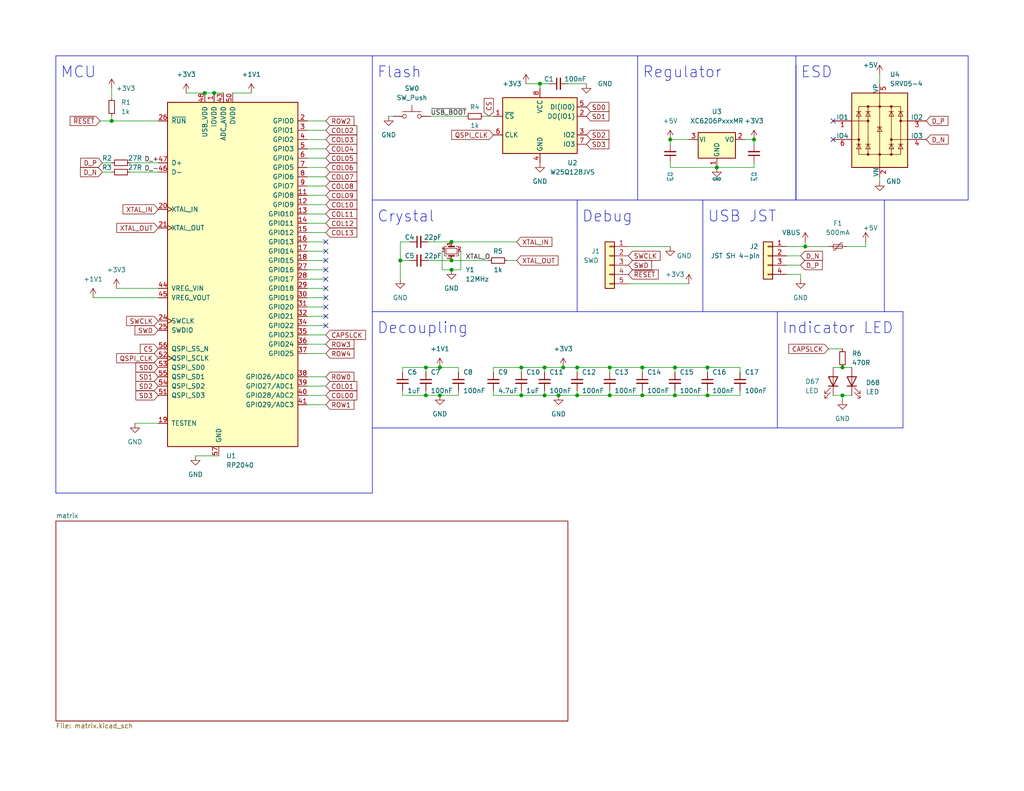
<source format=kicad_sch>
(kicad_sch (version 20230121) (generator eeschema)
  (paper "USLetter")
  (title_block (title "ice60") (date "2023-01-04") (company "chill") (comment 1 "© 2022 chillKB") (comment 2 "CERN Open Hardware License version 2 -- Permissive") (comment 4 "60% Soldered PCB with JST Powered by RP2040"))
  (lib_symbols
    (symbol "Connector_Generic:Conn_01x04" (pin_names (offset 1.016) hide)
      (property "Reference" "J" (at 0 5.08 0))
      (property "Value" "Conn_01x04" (at 0 -7.62 0))
      (symbol "Conn_01x04_1_1"
        (rectangle (start -1.27 -4.953) (end 0 -5.207) (stroke (width 0.1524)))
        (rectangle (start -1.27 -2.413) (end 0 -2.667) (stroke (width 0.1524)))
        (rectangle (start -1.27 0.127) (end 0 -0.127) (stroke (width 0.1524)))
        (rectangle (start -1.27 2.667) (end 0 2.413) (stroke (width 0.1524)))
        (rectangle (start -1.27 3.81) (end 1.27 -6.35) (stroke (width 0.254)) (fill (type background)))
        (pin passive line (at -5.08 2.54 0) (length 3.81) (name "Pin_1") (number "1"))
        (pin passive line (at -5.08 0 0) (length 3.81) (name "Pin_2") (number "2"))
        (pin passive line (at -5.08 -2.54 0) (length 3.81) (name "Pin_3") (number "3"))
        (pin passive line (at -5.08 -5.08 0) (length 3.81) (name "Pin_4") (number "4"))
      )
    )
    (symbol "Connector_Generic:Conn_01x05" (pin_names (offset 1.016) hide)
      (property "Reference" "J" (at 0 7.62 0))
      (property "Value" "Conn_01x05" (at 0 -7.62 0))
      (symbol "Conn_01x05_1_1"
        (rectangle (start -1.27 -4.953) (end 0 -5.207) (stroke (width 0.1524)))
        (rectangle (start -1.27 -2.413) (end 0 -2.667) (stroke (width 0.1524)))
        (rectangle (start -1.27 0.127) (end 0 -0.127) (stroke (width 0.1524)))
        (rectangle (start -1.27 2.667) (end 0 2.413) (stroke (width 0.1524)))
        (rectangle (start -1.27 5.207) (end 0 4.953) (stroke (width 0.1524)))
        (rectangle (start -1.27 6.35) (end 1.27 -6.35) (stroke (width 0.254)) (fill (type background)))
        (pin passive line (at -5.08 5.08 0) (length 3.81) (name "Pin_1") (number "1"))
        (pin passive line (at -5.08 2.54 0) (length 3.81) (name "Pin_2") (number "2"))
        (pin passive line (at -5.08 0 0) (length 3.81) (name "Pin_3") (number "3"))
        (pin passive line (at -5.08 -2.54 0) (length 3.81) (name "Pin_4") (number "4"))
        (pin passive line (at -5.08 -5.08 0) (length 3.81) (name "Pin_5") (number "5"))
      )
    )
    (symbol "Device:C_Small" (pin_numbers hide) (pin_names (offset 0.254) hide)
      (property "Reference" "C" (at 0.254 1.778 0))
      (property "Value" "C_Small" (at 0.254 -2.032 0))
      (symbol "C_Small_0_1"
        (polyline (pts (xy -1.524 -0.508) (xy 1.524 -0.508)) (stroke (width 0.3302)))
        (polyline (pts (xy -1.524 0.508) (xy 1.524 0.508)) (stroke (width 0.3048)))
      )
      (symbol "C_Small_1_1"
        (pin passive line (at 0 2.54 270) (length 2.032) (name "~") (number "1"))
        (pin passive line (at 0 -2.54 90) (length 2.032) (name "~") (number "2"))
      )
    )
    (symbol "Device:Crystal_GND24_Small" (pin_names (offset 1.016) hide)
      (property "Reference" "Y" (at 1.27 4.445 0))
      (property "Value" "Crystal_GND24_Small" (at 1.27 2.54 0))
      (symbol "Crystal_GND24_Small_0_1"
        (rectangle (start -0.762 -1.524) (end 0.762 1.524))
        (polyline (pts (xy -1.27 -0.762) (xy -1.27 0.762)) (stroke (width 0.381)))
        (polyline (pts (xy 1.27 -0.762) (xy 1.27 0.762)) (stroke (width 0.381)))
        (polyline (pts (xy -1.27 -1.27) (xy -1.27 -1.905) (xy 1.27 -1.905) (xy 1.27 -1.27)))
        (polyline (pts (xy -1.27 1.27) (xy -1.27 1.905) (xy 1.27 1.905) (xy 1.27 1.27)))
      )
      (symbol "Crystal_GND24_Small_1_1"
        (pin passive line (at -2.54 0 0) (length 1.27) (name "1") (number "1"))
        (pin passive line (at 0 -2.54 90) (length 0.635) (name "2") (number "2"))
        (pin passive line (at 2.54 0 180) (length 1.27) (name "3") (number "3"))
        (pin passive line (at 0 2.54 270) (length 0.635) (name "4") (number "4"))
      )
    )
    (symbol "Device:LED" (pin_numbers hide) (pin_names (offset 1.016) hide)
      (property "Reference" "D" (at 0 2.54 0))
      (property "Value" "LED" (at 0 -2.54 0))
      (symbol "LED_0_1"
        (polyline (pts (xy -1.27 -1.27) (xy -1.27 1.27)) (stroke (width 0.254)))
        (polyline (pts (xy -1.27 0) (xy 1.27 0)))
        (polyline (pts (xy 1.27 -1.27) (xy 1.27 1.27) (xy -1.27 0) (xy 1.27 -1.27)) (stroke (width 0.254)))
        (polyline (pts (xy -3.048 -0.762) (xy -4.572 -2.286) (xy -3.81 -2.286) (xy -4.572 -2.286) (xy -4.572 -1.524)))
        (polyline (pts (xy -1.778 -0.762) (xy -3.302 -2.286) (xy -2.54 -2.286) (xy -3.302 -2.286) (xy -3.302 -1.524)))
      )
      (symbol "LED_1_1"
        (pin passive line (at -3.81 0 0) (length 2.54) (name "K") (number "1"))
        (pin passive line (at 3.81 0 180) (length 2.54) (name "A") (number "2"))
      )
    )
    (symbol "Device:Polyfuse_Small" (pin_numbers hide) (pin_names (offset 0))
      (property "Reference" "F" (at -1.905 0 90))
      (property "Value" "Polyfuse_Small" (at 1.905 0 90))
      (symbol "Polyfuse_Small_0_1"
        (rectangle (start -0.508 1.27) (end 0.508 -1.27))
        (polyline (pts (xy 0 2.54) (xy 0 -2.54)))
        (polyline (pts (xy -1.016 1.27) (xy -1.016 0.762) (xy 1.016 -0.762) (xy 1.016 -1.27)))
      )
      (symbol "Polyfuse_Small_1_1"
        (pin passive line (at 0 2.54 270) (length 0.635) (name "~") (number "1"))
        (pin passive line (at 0 -2.54 90) (length 0.635) (name "~") (number "2"))
      )
    )
    (symbol "Device:R_Small" (pin_numbers hide) (pin_names (offset 0.254) hide)
      (property "Reference" "R" (at 0.762 0.508 0))
      (property "Value" "R_Small" (at 0.762 -1.016 0))
      (symbol "R_Small_0_1"
        (rectangle (start -0.762 1.778) (end 0.762 -1.778) (stroke (width 0.2032)))
      )
      (symbol "R_Small_1_1"
        (pin passive line (at 0 2.54 270) (length 0.762) (name "~") (number "1"))
        (pin passive line (at 0 -2.54 90) (length 0.762) (name "~") (number "2"))
      )
    )
    (symbol "Memory_Flash:W25Q128JVS"
      (property "Reference" "U" (at -8.89 8.89 0))
      (property "Value" "W25Q128JVS" (at 7.62 8.89 0))
      (symbol "W25Q128JVS_0_1"
        (rectangle (start -10.16 7.62) (end 10.16 -7.62) (stroke (width 0.254)) (fill (type background)))
      )
      (symbol "W25Q128JVS_1_1"
        (pin input line (at -12.7 2.54 0) (length 2.54) (name "~{CS}") (number "1"))
        (pin bidirectional line (at 12.7 2.54 180) (length 2.54) (name "DO(IO1)") (number "2"))
        (pin bidirectional line (at 12.7 -2.54 180) (length 2.54) (name "IO2") (number "3"))
        (pin power_in line (at 0 -10.16 90) (length 2.54) (name "GND") (number "4"))
        (pin bidirectional line (at 12.7 5.08 180) (length 2.54) (name "DI(IO0)") (number "5"))
        (pin input line (at -12.7 -2.54 0) (length 2.54) (name "CLK") (number "6"))
        (pin bidirectional line (at 12.7 -5.08 180) (length 2.54) (name "IO3") (number "7"))
        (pin power_in line (at 0 10.16 270) (length 2.54) (name "VCC") (number "8"))
      )
    )
    (symbol "Regulator_Linear:XC6206PxxxMR" (pin_names (offset 0.254))
      (property "Reference" "U" (at -3.81 3.175 0))
      (property "Value" "XC6206PxxxMR" (at 0 3.175 0))
      (symbol "XC6206PxxxMR_0_1"
        (rectangle (start -5.08 1.905) (end 5.08 -5.08) (stroke (width 0.254)) (fill (type background)))
      )
      (symbol "XC6206PxxxMR_1_1"
        (pin power_in line (at 0 -7.62 90) (length 2.54) (name "GND") (number "1"))
        (pin power_out line (at 7.62 0 180) (length 2.54) (name "VO") (number "2"))
        (pin power_in line (at -7.62 0 0) (length 2.54) (name "VI") (number "3"))
      )
    )
    (symbol "Sleep-Lib:RP2040" (pin_names (offset 1.016))
      (property "Reference" "U" (at 8.89 51.435 0))
      (property "Value" "RP2040" (at 8.89 48.895 0))
      (symbol "RP2040_0_0"
        (rectangle (start -17.78 -45.72) (end 17.78 48.26) (stroke (width 0.254)) (fill (type background)))
      )
      (symbol "RP2040_1_1"
        (pin power_in line (at -5.08 50.8 270) (length 2.54) (name "IOVDD") (number "1"))
        (pin power_in line (at -5.08 50.8 270) (length 2.54) hide (name "IOVDD") (number "10"))
        (pin input line (at 20.32 22.86 180) (length 2.54) (name "GPIO8") (number "11"))
        (pin input line (at 20.32 20.32 180) (length 2.54) (name "GPIO9") (number "12"))
        (pin input line (at 20.32 17.78 180) (length 2.54) (name "GPIO10") (number "13"))
        (pin input line (at 20.32 15.24 180) (length 2.54) (name "GPIO11") (number "14"))
        (pin input line (at 20.32 12.7 180) (length 2.54) (name "GPIO12") (number "15"))
        (pin input line (at 20.32 10.16 180) (length 2.54) (name "GPIO13") (number "16"))
        (pin input line (at 20.32 7.62 180) (length 2.54) (name "GPIO14") (number "17"))
        (pin input line (at 20.32 5.08 180) (length 2.54) (name "GPIO15") (number "18"))
        (pin input line (at -20.32 -39.37 0) (length 2.54) (name "TESTEN") (number "19"))
        (pin input line (at 20.32 43.18 180) (length 2.54) (name "GPIO0") (number "2"))
        (pin input clock (at -20.32 19.05 0) (length 2.54) (name "XTAL_IN") (number "20"))
        (pin input clock (at -20.32 13.97 0) (length 2.54) (name "XTAL_OUT") (number "21"))
        (pin power_in line (at -5.08 50.8 270) (length 2.54) hide (name "IOVDD") (number "22"))
        (pin power_in line (at 0 50.8 270) (length 2.54) hide (name "DVDD") (number "23"))
        (pin input clock (at -20.32 -11.43 0) (length 2.54) (name "SWCLK") (number "24"))
        (pin bidirectional line (at -20.32 -13.97 0) (length 2.54) (name "SWDIO") (number "25"))
        (pin input line (at -20.32 43.18 0) (length 2.54) (name "~{RUN}") (number "26"))
        (pin input line (at 20.32 2.54 180) (length 2.54) (name "GPIO16") (number "27"))
        (pin input line (at 20.32 0 180) (length 2.54) (name "GPIO17") (number "28"))
        (pin input line (at 20.32 -2.54 180) (length 2.54) (name "GPIO18") (number "29"))
        (pin input line (at 20.32 40.64 180) (length 2.54) (name "GPIO1") (number "3"))
        (pin input line (at 20.32 -5.08 180) (length 2.54) (name "GPIO19") (number "30"))
        (pin input line (at 20.32 -7.62 180) (length 2.54) (name "GPIO20") (number "31"))
        (pin input line (at 20.32 -10.16 180) (length 2.54) (name "GPIO21") (number "32"))
        (pin power_in line (at -5.08 50.8 270) (length 2.54) hide (name "IOVDD") (number "33"))
        (pin input line (at 20.32 -12.7 180) (length 2.54) (name "GPIO22") (number "34"))
        (pin input line (at 20.32 -15.24 180) (length 2.54) (name "GPIO23") (number "35"))
        (pin input line (at 20.32 -17.78 180) (length 2.54) (name "GPIO24") (number "36"))
        (pin input line (at 20.32 -20.32 180) (length 2.54) (name "GPIO25") (number "37"))
        (pin input line (at 20.32 -26.67 180) (length 2.54) (name "GPIO26/ADC0") (number "38"))
        (pin input line (at 20.32 -29.21 180) (length 2.54) (name "GPIO27/ADC1") (number "39"))
        (pin input line (at 20.32 38.1 180) (length 2.54) (name "GPIO2") (number "4"))
        (pin input line (at 20.32 -31.75 180) (length 2.54) (name "GPIO28/ADC2") (number "40"))
        (pin input line (at 20.32 -34.29 180) (length 2.54) (name "GPIO29/ADC3") (number "41"))
        (pin power_in line (at -5.08 50.8 270) (length 2.54) hide (name "IOVDD") (number "42"))
        (pin power_in line (at -2.54 50.8 270) (length 2.54) (name "ADC_AVDD") (number "43"))
        (pin power_in line (at -20.32 -2.54 0) (length 2.54) (name "VREG_VIN") (number "44"))
        (pin power_out line (at -20.32 -5.08 0) (length 2.54) (name "VREG_VOUT") (number "45"))
        (pin bidirectional line (at -20.32 29.21 0) (length 2.54) (name "D-") (number "46"))
        (pin bidirectional line (at -20.32 31.75 0) (length 2.54) (name "D+") (number "47"))
        (pin power_in line (at -7.62 50.8 270) (length 2.54) (name "USB_VDD") (number "48"))
        (pin power_in line (at -5.08 50.8 270) (length 2.54) hide (name "IOVDD") (number "49"))
        (pin input line (at 20.32 35.56 180) (length 2.54) (name "GPIO3") (number "5"))
        (pin power_in line (at 0 50.8 270) (length 2.54) (name "DVDD") (number "50"))
        (pin bidirectional line (at -20.32 -31.75 0) (length 2.54) (name "QSPI_SD3") (number "51"))
        (pin input clock (at -20.32 -21.59 0) (length 2.54) (name "QSPI_SCLK") (number "52"))
        (pin bidirectional line (at -20.32 -24.13 0) (length 2.54) (name "QSPI_SD0") (number "53"))
        (pin bidirectional line (at -20.32 -29.21 0) (length 2.54) (name "QSPI_SD2") (number "54"))
        (pin bidirectional line (at -20.32 -26.67 0) (length 2.54) (name "QSPI_SD1") (number "55"))
        (pin bidirectional line (at -20.32 -19.05 0) (length 2.54) (name "QSPI_SS_N") (number "56"))
        (pin power_in line (at -3.81 -48.26 90) (length 2.54) (name "GND") (number "57"))
        (pin input line (at 20.32 33.02 180) (length 2.54) (name "GPIO4") (number "6"))
        (pin input line (at 20.32 30.48 180) (length 2.54) (name "GPIO5") (number "7"))
        (pin input line (at 20.32 27.94 180) (length 2.54) (name "GPIO6") (number "8"))
        (pin input line (at 20.32 25.4 180) (length 2.54) (name "GPIO7") (number "9"))
      )
    )
    (symbol "Switch:SW_Push" (pin_numbers hide) (pin_names (offset 1.016) hide)
      (property "Reference" "SW" (at 1.27 2.54 0))
      (property "Value" "SW_Push" (at 0 -1.524 0))
      (symbol "SW_Push_0_1"
        (circle (center -2.032 0) (radius 0.508))
        (polyline (pts (xy 0 1.27) (xy 0 3.048)))
        (polyline (pts (xy 2.54 1.27) (xy -2.54 1.27)))
        (circle (center 2.032 0) (radius 0.508))
        (pin passive line (at -5.08 0 0) (length 2.54) (name "1") (number "1"))
        (pin passive line (at 5.08 0 180) (length 2.54) (name "2") (number "2"))
      )
    )
    (symbol "marbastlib-various:SRV05-4" (pin_names (offset 0))
      (property "Reference" "U" (at -5.08 11.43 0))
      (property "Value" "SRV05-4" (at 2.54 11.43 0))
      (symbol "SRV05-4_0_0"
        (rectangle (start -5.715 6.477) (end 5.715 -6.604))
        (polyline (pts (xy -3.175 -6.604) (xy -3.175 6.477)))
        (polyline (pts (xy 3.175 6.477) (xy 3.175 -6.604)))
      )
      (symbol "SRV05-4_0_1"
        (rectangle (start -7.62 10.16) (end 7.62 -10.16) (stroke (width 0.254)) (fill (type background)))
        (circle (center -5.715 -2.54) (radius 0.2794) (fill (type outline)))
        (circle (center -3.175 -6.604) (radius 0.2794) (fill (type outline)))
        (circle (center -3.175 2.54) (radius 0.2794) (fill (type outline)))
        (circle (center -3.175 6.477) (radius 0.2794) (fill (type outline)))
        (circle (center 0 -6.604) (radius 0.2794) (fill (type outline)))
        (polyline (pts (xy -7.747 2.54) (xy -3.175 2.54)))
        (polyline (pts (xy -7.62 -2.54) (xy -5.715 -2.54)))
        (polyline (pts (xy -5.08 -3.81) (xy -6.35 -3.81)))
        (polyline (pts (xy -5.08 5.08) (xy -6.35 5.08)))
        (polyline (pts (xy -2.54 -3.81) (xy -3.81 -3.81)))
        (polyline (pts (xy -2.54 5.08) (xy -3.81 5.08)))
        (polyline (pts (xy 0 10.16) (xy 0 -10.16)))
        (polyline (pts (xy 3.81 -3.81) (xy 2.54 -3.81)))
        (polyline (pts (xy 3.81 5.08) (xy 2.54 5.08)))
        (polyline (pts (xy 6.35 -3.81) (xy 5.08 -3.81)))
        (polyline (pts (xy 6.35 5.08) (xy 5.08 5.08)))
        (polyline (pts (xy 7.62 -2.54) (xy 3.175 -2.54)))
        (polyline (pts (xy 7.62 2.54) (xy 5.715 2.54)))
        (polyline (pts (xy 0.635 0.889) (xy -0.635 0.889) (xy -0.635 0.635)))
        (polyline (pts (xy -5.08 -5.08) (xy -6.35 -5.08) (xy -5.715 -3.81) (xy -5.08 -5.08)))
        (polyline (pts (xy -5.08 3.81) (xy -6.35 3.81) (xy -5.715 5.08) (xy -5.08 3.81)))
        (polyline (pts (xy -2.54 -5.08) (xy -3.81 -5.08) (xy -3.175 -3.81) (xy -2.54 -5.08)))
        (polyline (pts (xy -2.54 3.81) (xy -3.81 3.81) (xy -3.175 5.08) (xy -2.54 3.81)))
        (polyline (pts (xy 0.635 -0.381) (xy -0.635 -0.381) (xy 0 0.889) (xy 0.635 -0.381)))
        (polyline (pts (xy 3.81 -5.08) (xy 2.54 -5.08) (xy 3.175 -3.81) (xy 3.81 -5.08)))
        (polyline (pts (xy 3.81 3.81) (xy 2.54 3.81) (xy 3.175 5.08) (xy 3.81 3.81)))
        (polyline (pts (xy 6.35 -5.08) (xy 5.08 -5.08) (xy 5.715 -3.81) (xy 6.35 -5.08)))
        (polyline (pts (xy 6.35 3.81) (xy 5.08 3.81) (xy 5.715 5.08) (xy 6.35 3.81)))
        (circle (center 0 6.477) (radius 0.2794) (fill (type outline)))
        (circle (center 3.175 -6.604) (radius 0.2794) (fill (type outline)))
        (circle (center 3.175 -2.54) (radius 0.2794) (fill (type outline)))
        (circle (center 3.175 6.477) (radius 0.2794) (fill (type outline)))
        (circle (center 5.715 2.54) (radius 0.2794) (fill (type outline)))
      )
      (symbol "SRV05-4_1_1"
        (pin passive line (at -12.7 2.54 0) (length 5.08) (name "IO1") (number "1"))
        (pin passive line (at 0 -12.7 90) (length 2.54) (name "VN") (number "2"))
        (pin passive line (at 12.7 2.54 180) (length 5.08) (name "IO2") (number "3"))
        (pin passive line (at 12.7 -2.54 180) (length 5.08) (name "IO3") (number "4"))
        (pin passive line (at 0 12.7 270) (length 2.54) (name "VP") (number "5"))
        (pin passive line (at -12.7 -2.54 0) (length 5.08) (name "IO4") (number "6"))
      )
    )
    (symbol "power:+1V1" (power) (pin_names (offset 0))
      (property "Value" "+1V1" (at 0 3.556 0))
      (symbol "+1V1_0_1"
        (polyline (pts (xy -0.762 1.27) (xy 0 2.54)))
        (polyline (pts (xy 0 0) (xy 0 2.54)))
        (polyline (pts (xy 0 2.54) (xy 0.762 1.27)))
      )
      (symbol "+1V1_1_1"
        (pin power_in line (at 0 0 90) (length 0) hide (name "+1V1") (number "1"))
      )
    )
    (symbol "power:+3V3" (power) (pin_names (offset 0))
      (property "Value" "+3V3" (at 0 3.556 0))
      (symbol "+3V3_0_1"
        (polyline (pts (xy -0.762 1.27) (xy 0 2.54)))
        (polyline (pts (xy 0 0) (xy 0 2.54)))
        (polyline (pts (xy 0 2.54) (xy 0.762 1.27)))
      )
      (symbol "+3V3_1_1"
        (pin power_in line (at 0 0 90) (length 0) hide (name "+3V3") (number "1"))
      )
    )
    (symbol "power:+5V" (power) (pin_names (offset 0))
      (property "Value" "+5V" (at 0 3.556 0))
      (symbol "+5V_0_1"
        (polyline (pts (xy -0.762 1.27) (xy 0 2.54)))
        (polyline (pts (xy 0 0) (xy 0 2.54)))
        (polyline (pts (xy 0 2.54) (xy 0.762 1.27)))
      )
      (symbol "+5V_1_1"
        (pin power_in line (at 0 0 90) (length 0) hide (name "+5V") (number "1"))
      )
    )
    (symbol "power:GND" (power) (pin_names (offset 0))
      (property "Value" "GND" (at 0 -3.81 0))
      (symbol "GND_0_1"
        (polyline (pts (xy 0 0) (xy 0 -1.27) (xy 1.27 -1.27) (xy 0 -2.54) (xy -1.27 -1.27) (xy 0 -1.27)))
      )
      (symbol "GND_1_1"
        (pin power_in line (at 0 0 270) (length 0) hide (name "GND") (number "1"))
      )
    )
    (symbol "power:VBUS" (power) (pin_names (offset 0))
      (property "Value" "VBUS" (at 0 3.81 0))
      (symbol "VBUS_0_1"
        (polyline (pts (xy -0.762 1.27) (xy 0 2.54)))
        (polyline (pts (xy 0 0) (xy 0 2.54)))
        (polyline (pts (xy 0 2.54) (xy 0.762 1.27)))
      )
      (symbol "VBUS_1_1"
        (pin power_in line (at 0 0 90) (length 0) hide (name "VBUS") (number "1"))
      )
    )
  )
  (junction (at 229.87 100.33))
  (junction (at 123.19 73.66))
  (junction (at 123.19 66.04))
  (junction (at 55.88 25.4))
  (junction (at 184.15 100.33))
  (junction (at 120.015 107.95))
  (junction (at 166.37 100.33))
  (junction (at 157.48 107.95))
  (junction (at 30.48 33.02))
  (junction (at 195.58 45.72) (diameter 0.9144))
  (junction (at 184.15 107.95))
  (junction (at 193.04 100.33))
  (junction (at 182.88 38.1) (diameter 0.9144))
  (junction (at 58.42 25.4))
  (junction (at 116.205 100.33))
  (junction (at 109.22 71.12))
  (junction (at 229.87 107.95))
  (junction (at 147.32 22.86))
  (junction (at 123.19 71.12))
  (junction (at 175.26 100.33))
  (junction (at 152.4 107.95))
  (junction (at 157.48 100.33))
  (junction (at 142.24 100.33))
  (junction (at 153.67 100.33))
  (junction (at 193.04 107.95))
  (junction (at 166.37 107.95))
  (junction (at 142.24 107.95))
  (junction (at 175.26 107.95))
  (junction (at 219.71 67.31))
  (junction (at 148.59 107.95))
  (junction (at 120.015 100.33))
  (junction (at 205.74 38.1))
  (junction (at 116.205 107.95))
  (junction (at 148.59 100.33))
  (no_connect (at 88.9 68.58))
  (no_connect (at 227.33 33.02))
  (no_connect (at 88.9 66.04))
  (no_connect (at 88.9 88.9))
  (no_connect (at 88.9 81.28))
  (no_connect (at 88.9 78.74))
  (no_connect (at 88.9 86.36))
  (no_connect (at 227.33 38.1))
  (no_connect (at 88.9 83.82))
  (no_connect (at 88.9 73.66))
  (no_connect (at 88.9 71.12))
  (no_connect (at 88.9 76.2))
  (wire (pts (xy 229.87 107.95) (xy 232.41 107.95)))
  (polyline (pts (xy 15.24 15.24) (xy 15.24 134.62)))
  (wire (pts (xy 184.15 107.95) (xy 193.04 107.95)))
  (wire (pts (xy 83.82 35.56) (xy 88.9 35.56)))
  (wire (pts (xy 116.84 66.04) (xy 123.19 66.04)))
  (wire (pts (xy 182.88 38.1) (xy 182.88 39.37)))
  (polyline (pts (xy 212.09 116.84) (xy 212.09 85.09)))
  (wire (pts (xy 88.9 91.44) (xy 83.82 91.44)))
  (wire (pts (xy 27.94 46.99) (xy 30.48 46.99)))
  (wire (pts (xy 109.855 106.68) (xy 109.855 107.95)))
  (wire (pts (xy 193.04 107.95) (xy 201.93 107.95)))
  (wire (pts (xy 229.87 100.33) (xy 227.33 100.33)))
  (wire (pts (xy 203.2 38.1) (xy 205.74 38.1)))
  (wire (pts (xy 125.095 107.95) (xy 125.095 106.68)))
  (wire (pts (xy 83.82 66.04) (xy 88.9 66.04)))
  (wire (pts (xy 138.43 71.12) (xy 140.97 71.12)))
  (wire (pts (xy 109.22 66.04) (xy 109.22 71.12)))
  (polyline (pts (xy 217.17 15.24) (xy 217.17 54.61)))
  (wire (pts (xy 142.24 106.68) (xy 142.24 107.95)))
  (wire (pts (xy 109.22 71.12) (xy 109.22 76.2)))
  (wire (pts (xy 125.095 100.33) (xy 125.095 101.6)))
  (polyline (pts (xy 15.24 15.24) (xy 101.6 15.24)))
  (wire (pts (xy 157.48 100.33) (xy 166.37 100.33)))
  (wire (pts (xy 123.19 66.04) (xy 140.97 66.04)))
  (wire (pts (xy 147.32 22.86) (xy 149.86 22.86)))
  (polyline (pts (xy 157.48 54.61) (xy 157.48 85.09)))
  (wire (pts (xy 214.63 67.31) (xy 219.71 67.31)))
  (wire (pts (xy 120.65 68.58) (xy 120.65 73.66)))
  (wire (pts (xy 147.32 22.86) (xy 147.32 24.13)))
  (wire (pts (xy 134.62 107.95) (xy 142.24 107.95)))
  (wire (pts (xy 58.42 25.4) (xy 60.96 25.4)))
  (polyline (pts (xy 15.24 134.62) (xy 101.6 134.62)))
  (wire (pts (xy 157.48 107.95) (xy 166.37 107.95)))
  (wire (pts (xy 83.82 33.02) (xy 88.9 33.02)))
  (wire (pts (xy 219.71 66.04) (xy 219.71 67.31)))
  (wire (pts (xy 226.06 95.25) (xy 229.87 95.25)))
  (wire (pts (xy 83.82 71.12) (xy 88.9 71.12)))
  (wire (pts (xy 120.015 107.95) (xy 125.095 107.95)))
  (wire (pts (xy 166.37 107.95) (xy 166.37 106.68)))
  (polyline (pts (xy 173.99 85.09) (xy 189.23 85.09)))
  (polyline (pts (xy 173.99 15.24) (xy 173.99 54.61)))
  (wire (pts (xy 120.015 100.33) (xy 116.205 100.33)))
  (wire (pts (xy 154.94 22.86) (xy 160.02 22.86)))
  (wire (pts (xy 134.62 106.68) (xy 134.62 107.95)))
  (polyline (pts (xy 101.6 116.84) (xy 212.09 116.84)))
  (wire (pts (xy 214.63 72.39) (xy 218.44 72.39)))
  (wire (pts (xy 31.75 78.74) (xy 43.18 78.74)))
  (wire (pts (xy 236.22 67.31) (xy 231.14 67.31)))
  (wire (pts (xy 125.73 68.58) (xy 125.73 73.66)))
  (wire (pts (xy 88.9 88.9) (xy 83.82 88.9)))
  (polyline (pts (xy 246.38 116.84) (xy 246.38 85.09)))
  (wire (pts (xy 117.475 31.75) (xy 127 31.75)))
  (wire (pts (xy 193.04 100.33) (xy 193.04 101.6)))
  (wire (pts (xy 83.82 40.64) (xy 88.9 40.64)))
  (wire (pts (xy 143.51 22.86) (xy 147.32 22.86)))
  (wire (pts (xy 205.74 38.1) (xy 205.74 39.37)))
  (wire (pts (xy 166.37 107.95) (xy 175.26 107.95)))
  (wire (pts (xy 83.82 53.34) (xy 88.9 53.34)))
  (wire (pts (xy 214.63 74.93) (xy 218.44 74.93)))
  (wire (pts (xy 116.205 100.33) (xy 109.855 100.33)))
  (wire (pts (xy 120.015 100.33) (xy 125.095 100.33)))
  (polyline (pts (xy 264.16 15.24) (xy 264.16 54.61)))
  (wire (pts (xy 83.82 55.88) (xy 88.9 55.88)))
  (wire (pts (xy 109.22 71.12) (xy 111.76 71.12)))
  (polyline (pts (xy 191.77 54.61) (xy 191.77 85.09)))
  (wire (pts (xy 30.48 24.13) (xy 30.48 26.67)))
  (wire (pts (xy 195.58 45.72) (xy 205.74 45.72)))
  (wire (pts (xy 182.88 44.45) (xy 182.88 45.72)))
  (wire (pts (xy 175.26 100.33) (xy 175.26 101.6)))
  (wire (pts (xy 109.855 100.33) (xy 109.855 101.6)))
  (wire (pts (xy 214.63 69.85) (xy 218.44 69.85)))
  (wire (pts (xy 182.88 38.1) (xy 187.96 38.1)))
  (wire (pts (xy 193.04 100.33) (xy 201.93 100.33)))
  (wire (pts (xy 184.15 100.33) (xy 184.15 101.6)))
  (wire (pts (xy 142.24 100.33) (xy 142.24 101.6)))
  (wire (pts (xy 175.26 107.95) (xy 184.15 107.95)))
  (wire (pts (xy 88.9 96.52) (xy 83.82 96.52)))
  (wire (pts (xy 83.82 58.42) (xy 88.9 58.42)))
  (wire (pts (xy 88.9 83.82) (xy 83.82 83.82)))
  (wire (pts (xy 201.93 107.95) (xy 201.93 106.68)))
  (wire (pts (xy 184.15 106.68) (xy 184.15 107.95)))
  (wire (pts (xy 148.59 100.33) (xy 142.24 100.33)))
  (wire (pts (xy 83.82 60.96) (xy 88.9 60.96)))
  (wire (pts (xy 175.26 106.68) (xy 175.26 107.95)))
  (wire (pts (xy 55.88 25.4) (xy 58.42 25.4)))
  (polyline (pts (xy 212.09 116.84) (xy 246.38 116.84)))
  (polyline (pts (xy 101.6 15.24) (xy 173.99 15.24)))
  (wire (pts (xy 166.37 100.33) (xy 166.37 101.6)))
  (wire (pts (xy 111.76 66.04) (xy 109.22 66.04)))
  (wire (pts (xy 205.74 44.45) (xy 205.74 45.72)))
  (wire (pts (xy 83.82 78.74) (xy 88.9 78.74)))
  (wire (pts (xy 219.71 67.31) (xy 226.06 67.31)))
  (wire (pts (xy 171.45 67.31) (xy 182.88 67.31)))
  (wire (pts (xy 148.59 100.33) (xy 153.67 100.33)))
  (wire (pts (xy 148.59 106.68) (xy 148.59 107.95)))
  (wire (pts (xy 227.33 107.95) (xy 229.87 107.95)))
  (wire (pts (xy 134.62 100.33) (xy 142.24 100.33)))
  (wire (pts (xy 83.82 68.58) (xy 88.9 68.58)))
  (wire (pts (xy 148.59 107.95) (xy 152.4 107.95)))
  (polyline (pts (xy 101.6 85.09) (xy 173.99 85.09)))
  (polyline (pts (xy 173.99 54.61) (xy 264.16 54.61)))
  (wire (pts (xy 132.08 31.75) (xy 134.62 31.75)))
  (wire (pts (xy 35.56 46.99) (xy 43.18 46.99)))
  (wire (pts (xy 88.9 93.98) (xy 83.82 93.98)))
  (wire (pts (xy 134.62 101.6) (xy 134.62 100.33)))
  (wire (pts (xy 152.4 107.95) (xy 157.48 107.95)))
  (wire (pts (xy 175.26 100.33) (xy 184.15 100.33)))
  (polyline (pts (xy 101.6 15.24) (xy 101.6 134.62)))
  (polyline (pts (xy 217.17 17.78) (xy 217.17 54.61)))
  (wire (pts (xy 83.82 73.66) (xy 88.9 73.66)))
  (wire (pts (xy 83.82 63.5) (xy 88.9 63.5)))
  (wire (pts (xy 83.82 45.72) (xy 88.9 45.72)))
  (wire (pts (xy 218.44 74.93) (xy 218.44 76.2)))
  (wire (pts (xy 193.04 107.95) (xy 193.04 106.68)))
  (wire (pts (xy 201.93 100.33) (xy 201.93 101.6)))
  (polyline (pts (xy 241.3 85.09) (xy 246.38 85.09)))
  (wire (pts (xy 153.67 100.33) (xy 157.48 100.33)))
  (wire (pts (xy 157.48 100.33) (xy 157.48 101.6)))
  (wire (pts (xy 83.82 76.2) (xy 88.9 76.2)))
  (wire (pts (xy 148.59 100.33) (xy 148.59 101.6)))
  (wire (pts (xy 50.8 25.4) (xy 55.88 25.4)))
  (wire (pts (xy 83.82 38.1) (xy 88.9 38.1)))
  (wire (pts (xy 116.205 107.95) (xy 120.015 107.95)))
  (wire (pts (xy 88.9 110.49) (xy 83.82 110.49)))
  (wire (pts (xy 240.03 20.32) (xy 240.03 22.86)))
  (wire (pts (xy 123.19 71.12) (xy 133.35 71.12)))
  (wire (pts (xy 195.58 45.72) (xy 182.88 45.72)))
  (wire (pts (xy 142.24 107.95) (xy 148.59 107.95)))
  (wire (pts (xy 120.65 73.66) (xy 123.19 73.66)))
  (wire (pts (xy 125.73 73.66) (xy 123.19 73.66)))
  (wire (pts (xy 116.84 71.12) (xy 123.19 71.12)))
  (wire (pts (xy 53.34 124.46) (xy 59.69 124.46)))
  (polyline (pts (xy 173.99 15.24) (xy 264.16 15.24)))
  (wire (pts (xy 166.37 100.33) (xy 175.26 100.33)))
  (wire (pts (xy 171.45 77.47) (xy 187.96 77.47)))
  (wire (pts (xy 83.82 81.28) (xy 88.9 81.28)))
  (wire (pts (xy 36.83 115.57) (xy 43.18 115.57)))
  (wire (pts (xy 83.82 48.26) (xy 88.9 48.26)))
  (polyline (pts (xy 101.6 54.61) (xy 173.99 54.61)))
  (wire (pts (xy 106.045 31.75) (xy 107.315 31.75)))
  (wire (pts (xy 88.9 107.95) (xy 83.82 107.95)))
  (wire (pts (xy 88.9 105.41) (xy 83.82 105.41)))
  (wire (pts (xy 83.82 43.18) (xy 88.9 43.18)))
  (wire (pts (xy 116.205 100.33) (xy 116.205 101.6)))
  (wire (pts (xy 27.94 44.45) (xy 30.48 44.45)))
  (wire (pts (xy 83.82 50.8) (xy 88.9 50.8)))
  (wire (pts (xy 229.87 100.33) (xy 232.41 100.33)))
  (polyline (pts (xy 241.3 54.61) (xy 241.3 85.09)))
  (wire (pts (xy 43.18 81.28) (xy 25.4 81.28)))
  (wire (pts (xy 63.5 25.4) (xy 68.58 25.4)))
  (wire (pts (xy 35.56 44.45) (xy 43.18 44.45)))
  (wire (pts (xy 27.305 33.02) (xy 30.48 33.02)))
  (wire (pts (xy 116.205 106.68) (xy 116.205 107.95)))
  (wire (pts (xy 88.9 102.87) (xy 83.82 102.87)))
  (wire (pts (xy 157.48 107.95) (xy 157.48 106.68)))
  (wire (pts (xy 236.22 66.04) (xy 236.22 67.31)))
  (wire (pts (xy 30.48 33.02) (xy 43.18 33.02)))
  (wire (pts (xy 184.15 100.33) (xy 193.04 100.33)))
  (wire (pts (xy 240.03 48.26) (xy 240.03 49.53)))
  (wire (pts (xy 88.9 86.36) (xy 83.82 86.36)))
  (polyline (pts (xy 217.17 85.09) (xy 241.3 85.09)))
  (polyline (pts (xy 189.23 85.09) (xy 217.17 85.09)))
  (wire (pts (xy 30.48 31.75) (xy 30.48 33.02)))
  (wire (pts (xy 229.87 107.95) (xy 229.87 109.22)))
  (wire (pts (xy 109.855 107.95) (xy 116.205 107.95)))
  (text "Crystal" (at 102.87 60.96 0) (effects (font (size 3 3)) (justify left bottom)))
  (text "Indicator LED\n" (at 213.36 91.44 0) (effects (font (size 3 3)) (justify left bottom)))
  (text "USB JST" (at 193.04 60.96 0) (effects (font (size 3 3)) (justify left bottom)))
  (text "Regulator" (at 175.26 21.59 0) (effects (font (size 3 3)) (justify left bottom)))
  (text "ESD" (at 218.44 21.59 0) (effects (font (size 3 3)) (justify left bottom)))
  (text "MCU" (at 16.51 21.59 0) (effects (font (size 3 3)) (justify left bottom)))
  (text "Debug" (at 158.75 60.96 0) (effects (font (size 3 3)) (justify left bottom)))
  (text "Flash" (at 102.87 21.59 0) (effects (font (size 3 3)) (justify left bottom)))
  (text "Decoupling" (at 102.87 91.44 0) (effects (font (size 3 3)) (justify left bottom)))
  (label "~{USB_BOOT}" (at 117.475 31.75 0))
  (label "D_-" (at 39.37 46.99 0))
  (label "XTAL_O" (at 127 71.12 0))
  (label "D_+" (at 39.37 44.45 0))
  (global_label "D_P" (shape input) (at 218.44 72.39 0) (property "Intersheetrefs" "${INTERSHEET_REFS}" (effects hide)))
  (global_label "ROW0" (shape input) (at 88.9 102.87 0) (property "Intersheetrefs" "${INTERSHEET_REFS}" (effects hide)))
  (global_label "ROW2" (shape input) (at 88.9 33.02 0) (property "Intersheetrefs" "${INTERSHEET_REFS}" (effects hide)))
  (global_label "D_N" (shape input) (at 27.94 46.99 180) (property "Intersheetrefs" "${INTERSHEET_REFS}" (effects hide)))
  (global_label "~{RESET}" (shape input) (at 171.45 74.93 0) (property "Intersheetrefs" "${INTERSHEET_REFS}" (effects hide)))
  (global_label "COL11" (shape input) (at 88.9 58.42 0) (property "Intersheetrefs" "${INTERSHEET_REFS}" (effects hide)))
  (global_label "COL08" (shape input) (at 88.9 50.8 0) (property "Intersheetrefs" "${INTERSHEET_REFS}" (effects hide)))
  (global_label "XTAL_OUT" (shape input) (at 43.18 62.23 180) (property "Intersheetrefs" "${INTERSHEET_REFS}" (effects hide)))
  (global_label "~{RESET}" (shape input) (at 27.305 33.02 180) (property "Intersheetrefs" "${INTERSHEET_REFS}" (effects hide)))
  (global_label "SD0" (shape input) (at 160.02 29.21 0) (property "Intersheetrefs" "${INTERSHEET_REFS}" (effects hide)))
  (global_label "COL00" (shape input) (at 88.9 107.95 0) (property "Intersheetrefs" "${INTERSHEET_REFS}" (effects hide)))
  (global_label "SD1" (shape input) (at 43.18 102.87 180) (property "Intersheetrefs" "${INTERSHEET_REFS}" (effects hide)))
  (global_label "COL01" (shape input) (at 88.9 105.41 0) (property "Intersheetrefs" "${INTERSHEET_REFS}" (effects hide)))
  (global_label "SWCLK" (shape input) (at 171.45 69.85 0) (property "Intersheetrefs" "${INTERSHEET_REFS}" (effects hide)))
  (global_label "XTAL_OUT" (shape input) (at 140.97 71.12 0) (property "Intersheetrefs" "${INTERSHEET_REFS}" (effects hide)))
  (global_label "SD3" (shape input) (at 43.18 107.95 180) (property "Intersheetrefs" "${INTERSHEET_REFS}" (effects hide)))
  (global_label "QSPI_CLK" (shape input) (at 134.62 36.83 180) (property "Intersheetrefs" "${INTERSHEET_REFS}" (effects hide)))
  (global_label "COL04" (shape input) (at 88.9 40.64 0) (property "Intersheetrefs" "${INTERSHEET_REFS}" (effects hide)))
  (global_label "CS" (shape input) (at 43.18 95.25 180) (property "Intersheetrefs" "${INTERSHEET_REFS}" (effects hide)))
  (global_label "SWCLK" (shape input) (at 43.18 87.63 180) (property "Intersheetrefs" "${INTERSHEET_REFS}" (effects hide)))
  (global_label "SD0" (shape input) (at 43.18 100.33 180) (property "Intersheetrefs" "${INTERSHEET_REFS}" (effects hide)))
  (global_label "COL03" (shape input) (at 88.9 38.1 0) (property "Intersheetrefs" "${INTERSHEET_REFS}" (effects hide)))
  (global_label "COL13" (shape input) (at 88.9 63.5 0) (property "Intersheetrefs" "${INTERSHEET_REFS}" (effects hide)))
  (global_label "COL02" (shape input) (at 88.9 35.56 0) (property "Intersheetrefs" "${INTERSHEET_REFS}" (effects hide)))
  (global_label "COL05" (shape input) (at 88.9 43.18 0) (property "Intersheetrefs" "${INTERSHEET_REFS}" (effects hide)))
  (global_label "D_P" (shape input) (at 252.73 33.02 0) (property "Intersheetrefs" "${INTERSHEET_REFS}" (effects hide)))
  (global_label "SD2" (shape input) (at 43.18 105.41 180) (property "Intersheetrefs" "${INTERSHEET_REFS}" (effects hide)))
  (global_label "QSPI_CLK" (shape input) (at 43.18 97.79 180) (property "Intersheetrefs" "${INTERSHEET_REFS}" (effects hide)))
  (global_label "D_N" (shape input) (at 252.73 38.1 0) (property "Intersheetrefs" "${INTERSHEET_REFS}" (effects hide)))
  (global_label "ROW3" (shape input) (at 88.9 93.98 0) (property "Intersheetrefs" "${INTERSHEET_REFS}" (effects hide)))
  (global_label "COL09" (shape input) (at 88.9 53.34 0) (property "Intersheetrefs" "${INTERSHEET_REFS}" (effects hide)))
  (global_label "D_P" (shape input) (at 27.94 44.45 180) (property "Intersheetrefs" "${INTERSHEET_REFS}" (effects hide)))
  (global_label "XTAL_IN" (shape input) (at 43.18 57.15 180) (property "Intersheetrefs" "${INTERSHEET_REFS}" (effects hide)))
  (global_label "SD1" (shape input) (at 160.02 31.75 0) (property "Intersheetrefs" "${INTERSHEET_REFS}" (effects hide)))
  (global_label "SD2" (shape input) (at 160.02 36.83 0) (property "Intersheetrefs" "${INTERSHEET_REFS}" (effects hide)))
  (global_label "ROW4" (shape input) (at 88.9 96.52 0) (property "Intersheetrefs" "${INTERSHEET_REFS}" (effects hide)))
  (global_label "COL06" (shape input) (at 88.9 45.72 0) (property "Intersheetrefs" "${INTERSHEET_REFS}" (effects hide)))
  (global_label "CAPSLCK" (shape input) (at 226.06 95.25 180) (property "Intersheetrefs" "${INTERSHEET_REFS}" (effects hide)))
  (global_label "CS" (shape input) (at 133.35 31.75 90) (property "Intersheetrefs" "${INTERSHEET_REFS}" (effects hide)))
  (global_label "COL07" (shape input) (at 88.9 48.26 0) (property "Intersheetrefs" "${INTERSHEET_REFS}" (effects hide)))
  (global_label "D_N" (shape input) (at 218.44 69.85 0) (property "Intersheetrefs" "${INTERSHEET_REFS}" (effects hide)))
  (global_label "XTAL_IN" (shape input) (at 140.97 66.04 0) (property "Intersheetrefs" "${INTERSHEET_REFS}" (effects hide)))
  (global_label "CAPSLCK" (shape input) (at 88.9 91.44 0) (property "Intersheetrefs" "${INTERSHEET_REFS}" (effects hide)))
  (global_label "ROW1" (shape input) (at 88.9 110.49 0) (property "Intersheetrefs" "${INTERSHEET_REFS}" (effects hide)))
  (global_label "SWD" (shape input) (at 43.18 90.17 180) (property "Intersheetrefs" "${INTERSHEET_REFS}" (effects hide)))
  (global_label "SD3" (shape input) (at 160.02 39.37 0) (property "Intersheetrefs" "${INTERSHEET_REFS}" (effects hide)))
  (global_label "COL10" (shape input) (at 88.9 55.88 0) (property "Intersheetrefs" "${INTERSHEET_REFS}" (effects hide)))
  (global_label "COL12" (shape input) (at 88.9 60.96 0) (property "Intersheetrefs" "${INTERSHEET_REFS}" (effects hide)))
  (global_label "SWD" (shape input) (at 171.45 72.39 0) (property "Intersheetrefs" "${INTERSHEET_REFS}" (effects hide)))
  (symbol (lib_id "Device:C_Small") (at 175.26 104.14 0) (unit 1)
    (property "Reference" "C14" (at 176.53 101.5999 0) (effects (justify left)))
    (property "Value" "100nF" (at 176.53 106.6799 0) (effects (justify left)))
    (property "Footprint" "Capacitor_SMD:C_0402_1005Metric" (effects hide))
    (property "LCSC" "C1525" (effects hide))
  )
  (symbol (lib_id "power:GND") (at 218.44 76.2 0) (unit 1)
    (property "Reference" "#PWR0102" (effects hide))
    (property "Value" "GND" (at 218.44 81.28 0))
  )
  (symbol (lib_id "Device:C_Small") (at 142.24 104.14 0) (unit 1)
    (property "Reference" "C10" (at 143.51 101.5999 0) (effects (justify left)))
    (property "Value" "1uF" (at 143.51 106.6799 0) (effects (justify left)))
    (property "Footprint" "Capacitor_SMD:C_0402_1005Metric" (effects hide))
    (property "LCSC" "C52923" (effects hide))
  )
  (symbol (lib_id "power:+3V3") (at 205.74 38.1 0) (unit 1)
    (property "Reference" "#PWR013" (effects hide))
    (property "Value" "+3V3" (at 205.74 33.02 0))
  )
  (symbol (lib_id "power:GND") (at 36.83 115.57 0) (unit 1)
    (property "Reference" "#PWR04" (effects hide))
    (property "Value" "GND" (at 36.83 120.65 0))
  )
  (symbol (lib_id "Device:C_Small") (at 116.205 104.14 0) (unit 1)
    (property "Reference" "C7" (at 117.475 101.5999 0) (effects (justify left)))
    (property "Value" "100nF" (at 117.475 106.6799 0) (effects (justify left)))
    (property "Footprint" "Capacitor_SMD:C_0402_1005Metric" (effects hide))
    (property "LCSC" "C1525" (effects hide))
  )
  (symbol (lib_id "power:+3V3") (at 187.96 77.47 0) (unit 1)
    (property "Reference" "#PWR021" (effects hide))
    (property "Value" "+3V3" (at 184.15 74.93 0))
  )
  (symbol (lib_id "Device:LED") (at 227.33 104.14 270) (mirror x) (unit 1) (in_bom no)
    (property "Reference" "D67" (at 219.71 104.14 90) (effects (justify left)))
    (property "Value" "LED" (at 219.71 106.68 90) (effects (justify left)))
    (property "Footprint" "marbastlib-mx:LED_MX_3mm" (effects hide))
  )
  (symbol (lib_id "power:GND") (at 106.045 31.75 0) (unit 1)
    (property "Reference" "#PWR08" (effects hide))
    (property "Value" "GND" (at 106.045 36.83 0))
  )
  (symbol (lib_id "Device:C_Small") (at 109.855 104.14 0) (unit 1)
    (property "Reference" "C6" (at 111.125 101.5999 0) (effects (justify left)))
    (property "Value" "1uF" (at 111.125 106.6799 0) (effects (justify left)))
    (property "Footprint" "Capacitor_SMD:C_0402_1005Metric" (effects hide))
    (property "LCSC" "C52923" (effects hide))
  )
  (symbol (lib_id "power:+5V") (at 236.22 66.04 0) (unit 1)
    (property "Reference" "#PWR0103" (effects hide))
    (property "Value" "+5V" (at 237.49 62.23 0))
  )
  (symbol (lib_id "Device:R_Small") (at 135.89 71.12 90) (unit 1)
    (property "Reference" "R5" (at 135.89 68.58 90))
    (property "Value" "1k" (at 135.89 73.66 90))
    (property "Footprint" "Resistor_SMD:R_0402_1005Metric" (effects hide))
    (property "LCSC" "C11702" (effects hide))
  )
  (symbol (lib_id "power:GND") (at 147.32 44.45 0) (unit 1)
    (property "Reference" "#PWR015" (effects hide))
    (property "Value" "GND" (at 147.32 49.53 0))
  )
  (symbol (lib_id "Device:C_Small") (at 182.88 41.91 180) (unit 1)
    (property "Reference" "C2" (at 182.88 47.625 0) (effects (font (size 0.762 0.762))))
    (property "Value" "1uF" (at 182.88 48.895 0) (effects (font (size 0.762 0.762))))
    (property "Footprint" "Capacitor_SMD:C_0402_1005Metric" (effects hide))
    (property "LCSC" "C52923" (effects hide))
  )
  (symbol (lib_id "Connector_Generic:Conn_01x05") (at 166.37 72.39 0) (mirror y) (unit 1) (in_bom no)
    (property "Reference" "J1" (at 162.56 68.58 0))
    (property "Value" "SWD" (at 161.29 71.12 0))
    (property "Footprint" "Connector_PinSocket_2.54mm:PinSocket_1x05_P2.54mm_Vertical" (effects hide))
  )
  (symbol (lib_id "Device:C_Small") (at 114.3 66.04 90) (unit 1)
    (property "Reference" "C4" (at 111.76 64.77 90))
    (property "Value" "22pF" (at 118.11 64.77 90))
    (property "Footprint" "Capacitor_SMD:C_0402_1005Metric" (effects hide))
    (property "LCSC" "C1555" (effects hide))
  )
  (symbol (lib_id "power:GND") (at 160.02 22.86 0) (unit 1)
    (property "Reference" "#PWR016" (effects hide))
    (property "Value" "GND" (at 165.1 22.86 0))
  )
  (symbol (lib_id "Device:C_Small") (at 193.04 104.14 0) (unit 1)
    (property "Reference" "C16" (at 194.31 101.5999 0) (effects (justify left)))
    (property "Value" "100nF" (at 194.31 106.6799 0) (effects (justify left)))
    (property "Footprint" "Capacitor_SMD:C_0402_1005Metric" (effects hide))
    (property "LCSC" "C1525" (effects hide))
  )
  (symbol (lib_id "marbastlib-various:SRV05-4") (at 240.03 35.56 0) (unit 1)
    (property "Reference" "U4" (at 242.7987 20.32 0) (effects (justify left)))
    (property "Value" "SRV05-4" (at 242.7987 22.86 0) (effects (justify left)))
    (property "Footprint" "marbastlib-various:SOT-23-6-routable" (effects hide))
    (property "Datasheet" "http://www.onsemi.com/pub/Collateral/SRV05-4-D.PDF" (effects hide))
    (property "LCSC" "C85364" (effects hide))
  )
  (symbol (lib_id "power:GND") (at 123.19 73.66 0) (unit 1)
    (property "Reference" "#PWR011" (effects hide))
    (property "Value" "GND" (at 123.19 78.74 0))
  )
  (symbol (lib_id "Device:C_Small") (at 152.4 22.86 90) (unit 1)
    (property "Reference" "C1" (at 151.1299 21.59 90) (effects (justify left)))
    (property "Value" "100nF" (at 160.0199 21.59 90) (effects (justify left)))
    (property "Footprint" "Capacitor_SMD:C_0402_1005Metric" (effects hide))
    (property "LCSC" "C1525" (effects hide))
  )
  (symbol (lib_id "Memory_Flash:W25Q128JVS") (at 147.32 34.29 0) (unit 1)
    (property "Reference" "U2" (at 156.21 44.45 0))
    (property "Value" "W25Q128JVS" (at 156.21 46.99 0))
    (property "Footprint" "Package_SO:SOIC-8_5.23x5.23mm_P1.27mm" (effects hide))
    (property "Datasheet" "http://www.winbond.com/resource-files/w25q128jv_dtr%20revc%2003272018%20plus.pdf" (effects hide))
    (property "LCSC" "C131025" (effects hide))
  )
  (symbol (lib_id "power:+1V1") (at 120.015 100.33 0) (unit 1)
    (property "Reference" "#PWR019" (effects hide))
    (property "Value" "+1V1" (at 120.015 95.25 0))
  )
  (symbol (lib_id "power:+3V3") (at 50.8 25.4 0) (unit 1)
    (property "Reference" "#PWR05" (effects hide))
    (property "Value" "+3V3" (at 50.8 20.32 0))
  )
  (symbol (lib_id "power:+1V1") (at 25.4 81.28 0) (unit 1)
    (property "Reference" "#PWR01" (effects hide))
    (property "Value" "+1V1" (at 25.4 76.2 0))
  )
  (symbol (lib_id "Device:C_Small") (at 166.37 104.14 0) (unit 1)
    (property "Reference" "C13" (at 167.64 101.5999 0) (effects (justify left)))
    (property "Value" "100nF" (at 167.64 106.6799 0) (effects (justify left)))
    (property "Footprint" "Capacitor_SMD:C_0402_1005Metric" (effects hide))
    (property "LCSC" "C1525" (effects hide))
  )
  (symbol (lib_id "Device:C_Small") (at 205.74 41.91 180) (unit 1)
    (property "Reference" "C3" (at 205.74 47.625 0) (effects (font (size 0.762 0.762))))
    (property "Value" "1uF" (at 205.74 48.895 0) (effects (font (size 0.762 0.762))))
    (property "Footprint" "Capacitor_SMD:C_0402_1005Metric" (effects hide))
    (property "LCSC" "C52923" (effects hide))
  )
  (symbol (lib_id "power:GND") (at 53.34 124.46 0) (unit 1)
    (property "Reference" "#PWR06" (effects hide))
    (property "Value" "GND" (at 53.34 129.54 0))
  )
  (symbol (lib_id "power:GND") (at 120.015 107.95 0) (unit 1)
    (property "Reference" "#PWR020" (effects hide))
    (property "Value" "GND" (at 120.015 113.03 0))
  )
  (symbol (lib_id "Device:C_Small") (at 125.095 104.14 0) (unit 1)
    (property "Reference" "C8" (at 126.365 101.5999 0) (effects (justify left)))
    (property "Value" "100nF" (at 126.365 106.6799 0) (effects (justify left)))
    (property "Footprint" "Capacitor_SMD:C_0402_1005Metric" (effects hide))
    (property "LCSC" "C1525" (effects hide))
  )
  (symbol (lib_id "Device:C_Small") (at 157.48 104.14 0) (unit 1)
    (property "Reference" "C12" (at 158.75 101.5999 0) (effects (justify left)))
    (property "Value" "100nF" (at 158.75 106.6799 0) (effects (justify left)))
    (property "Footprint" "Capacitor_SMD:C_0402_1005Metric" (effects hide))
    (property "LCSC" "C1525" (effects hide))
  )
  (symbol (lib_id "Device:R_Small") (at 129.54 31.75 90) (unit 1)
    (property "Reference" "R4" (at 129.54 29.21 90))
    (property "Value" "1k" (at 129.54 34.29 90))
    (property "Footprint" "Resistor_SMD:R_0402_1005Metric" (effects hide))
    (property "LCSC" "C11702" (effects hide))
  )
  (symbol (lib_id "power:+1V1") (at 68.58 25.4 0) (unit 1)
    (property "Reference" "#PWR07" (effects hide))
    (property "Value" "+1V1" (at 68.58 20.32 0))
  )
  (symbol (lib_id "Device:Crystal_GND24_Small") (at 123.19 68.58 90) (unit 1)
    (property "Reference" "Y1" (at 127 73.66 90) (effects (justify right)))
    (property "Value" "12MHz" (at 127 76.2 90) (effects (justify right)))
    (property "Footprint" "Crystal:Crystal_SMD_3225-4Pin_3.2x2.5mm" (effects hide))
    (property "LCSC" "C9002" (effects hide))
  )
  (symbol (lib_id "power:GND") (at 195.58 45.72 0) (unit 1)
    (property "Reference" "#PWR012" (effects hide))
    (property "Value" "GND" (at 195.58 48.895 0) (effects (font (size 0.762 0.762))))
  )
  (symbol (lib_id "Device:R_Small") (at 33.02 46.99 90) (unit 1)
    (property "Reference" "R3" (at 29.21 45.72 90))
    (property "Value" "27R" (at 36.83 45.72 90))
    (property "Footprint" "Resistor_SMD:R_0603_1608Metric" (effects hide))
    (property "LCSC" "C25190" (effects hide))
  )
  (symbol (lib_id "power:GND") (at 109.22 76.2 0) (unit 1)
    (property "Reference" "#PWR09" (effects hide))
    (property "Value" "GND" (at 109.22 81.28 0))
  )
  (symbol (lib_id "Connector_Generic:Conn_01x04") (at 209.55 69.85 0) (mirror y) (unit 1)
    (property "Reference" "J2" (at 205.74 67.31 0))
    (property "Value" "JST SH 4-pin" (at 200.66 69.85 0))
    (property "Footprint" "Connector_JST:JST_SH_SM04B-SRSS-TB_1x04-1MP_P1.00mm_Horizontal" (effects hide))
    (property "LCSC" "C160404" (effects hide))
  )
  (symbol (lib_id "Device:C_Small") (at 114.3 71.12 90) (unit 1)
    (property "Reference" "C5" (at 111.76 69.85 90))
    (property "Value" "22pF" (at 118.11 69.85 90))
    (property "Footprint" "Capacitor_SMD:C_0402_1005Metric" (effects hide))
    (property "LCSC" "C1555" (effects hide))
  )
  (symbol (lib_id "power:+5V") (at 240.03 20.32 0) (unit 1)
    (property "Reference" "#PWR0104" (effects hide))
    (property "Value" "+5V" (at 237.49 17.78 0))
  )
  (symbol (lib_id "Switch:SW_Push") (at 112.395 31.75 0) (unit 1) (in_bom no)
    (property "Reference" "SW0" (at 112.395 24.13 0))
    (property "Value" "SW_Push" (at 112.395 26.67 0))
    (property "Footprint" "Connector_PinSocket_2.54mm:PinSocket_1x02_P2.54mm_Vertical" (effects hide))
  )
  (symbol (lib_id "power:GND") (at 229.87 109.22 0) (unit 1)
    (property "Reference" "#PWR0105" (effects hide))
    (property "Value" "GND" (at 229.87 114.3 0))
  )
  (symbol (lib_id "Regulator_Linear:XC6206PxxxMR") (at 195.58 38.1 0) (unit 1)
    (property "Reference" "U3" (at 195.58 30.48 0))
    (property "Value" "XC6206PxxxMR" (at 195.58 33.02 0))
    (property "Footprint" "Package_TO_SOT_SMD:SOT-23" (effects hide))
    (property "Datasheet" "https://www.torexsemi.com/file/xc6206/XC6206.pdf" (effects hide))
    (property "LCSC" "C5446" (effects hide))
  )
  (symbol (lib_id "power:VBUS") (at 219.71 66.04 0) (unit 1)
    (property "Reference" "#PWR0101" (effects hide))
    (property "Value" "VBUS" (at 215.9 63.5 0))
  )
  (symbol (lib_id "Device:C_Small") (at 148.59 104.14 0) (unit 1)
    (property "Reference" "C11" (at 149.86 101.5999 0) (effects (justify left)))
    (property "Value" "100nF" (at 149.86 106.6799 0) (effects (justify left)))
    (property "Footprint" "Capacitor_SMD:C_0402_1005Metric" (effects hide))
    (property "LCSC" "C1525" (effects hide))
  )
  (symbol (lib_id "Device:C_Small") (at 184.15 104.14 0) (unit 1)
    (property "Reference" "C15" (at 185.42 101.5999 0) (effects (justify left)))
    (property "Value" "100nF" (at 185.42 106.6799 0) (effects (justify left)))
    (property "Footprint" "Capacitor_SMD:C_0402_1005Metric" (effects hide))
    (property "LCSC" "C1525" (effects hide))
  )
  (symbol (lib_id "power:+3V3") (at 30.48 24.13 0) (unit 1)
    (property "Reference" "#PWR02" (effects hide))
    (property "Value" "+3V3" (at 34.29 24.13 0))
  )
  (symbol (lib_id "Device:R_Small") (at 33.02 44.45 90) (unit 1)
    (property "Reference" "R2" (at 29.21 43.18 90))
    (property "Value" "27R" (at 36.83 43.18 90))
    (property "Footprint" "Resistor_SMD:R_0603_1608Metric" (effects hide))
    (property "LCSC" "C25190" (effects hide))
  )
  (symbol (lib_id "power:+5V") (at 182.88 38.1 0) (unit 1)
    (property "Reference" "#PWR010" (effects hide))
    (property "Value" "+5V" (at 182.88 33.02 0))
  )
  (symbol (lib_id "Device:C_Small") (at 201.93 104.14 0) (unit 1)
    (property "Reference" "C17" (at 203.2 101.5999 0) (effects (justify left)))
    (property "Value" "100nF" (at 203.2 106.6799 0) (effects (justify left)))
    (property "Footprint" "Capacitor_SMD:C_0402_1005Metric" (effects hide))
    (property "LCSC" "C1525" (effects hide))
  )
  (symbol (lib_id "Device:R_Small") (at 30.48 29.21 0) (unit 1)
    (property "Reference" "R1" (at 33.02 27.9399 0) (effects (justify left)))
    (property "Value" "1k" (at 33.02 30.4799 0) (effects (justify left)))
    (property "Footprint" "Resistor_SMD:R_0402_1005Metric" (effects hide))
    (property "LCSC" "C11702" (effects hide))
  )
  (symbol (lib_id "Device:C_Small") (at 134.62 104.14 0) (unit 1)
    (property "Reference" "C9" (at 135.89 101.5999 0) (effects (justify left)))
    (property "Value" "4.7uF" (at 135.89 106.68 0) (effects (justify left)))
    (property "Footprint" "Capacitor_SMD:C_0402_1005Metric" (effects hide))
    (property "LCSC" "C15525" (effects hide))
  )
  (symbol (lib_id "power:+3V3") (at 31.75 78.74 0) (unit 1)
    (property "Reference" "#PWR03" (effects hide))
    (property "Value" "+3V3" (at 31.75 73.66 0))
  )
  (symbol (lib_id "power:GND") (at 152.4 107.95 0) (unit 1)
    (property "Reference" "#PWR023" (effects hide))
    (property "Value" "GND" (at 152.4 113.03 0))
  )
  (symbol (lib_id "power:GND") (at 182.88 67.31 0) (unit 1)
    (property "Reference" "#PWR022" (effects hide))
    (property "Value" "GND" (at 186.69 69.85 0))
  )
  (symbol (lib_id "Device:LED") (at 232.41 104.14 90) (unit 1) (in_bom no)
    (property "Reference" "D68" (at 236.22 104.4574 90) (effects (justify right)))
    (property "Value" "LED" (at 236.22 106.9974 90) (effects (justify right)))
    (property "Footprint" "marbastlib-mx:LED_MX_3mm-FLIPPED" (effects hide))
  )
  (symbol (lib_id "power:GND") (at 240.03 49.53 0) (mirror y) (unit 1)
    (property "Reference" "#PWR018" (effects hide))
    (property "Value" "GND" (at 243.84 49.53 0))
  )
  (symbol (lib_id "power:+3V3") (at 143.51 22.86 0) (unit 1)
    (property "Reference" "#PWR014" (effects hide))
    (property "Value" "+3V3" (at 139.7 22.86 0))
  )
  (symbol (lib_id "Device:R_Small") (at 229.87 97.79 0) (unit 1)
    (property "Reference" "R6" (at 232.41 96.5199 0) (effects (justify left)))
    (property "Value" "470R" (at 232.41 99.0599 0) (effects (justify left)))
    (property "Footprint" "Resistor_SMD:R_0402_1005Metric" (effects hide))
    (property "LCSC" "C25117" (effects hide))
  )
  (symbol (lib_id "Device:Polyfuse_Small") (at 228.6 67.31 90) (unit 1)
    (property "Reference" "F1" (at 228.6 60.96 90))
    (property "Value" "500mA" (at 228.6 63.5 90))
    (property "Footprint" "Fuse:Fuse_1206_3216Metric" (effects hide))
    (property "LCSC" "C135342" (effects hide))
  )
  (symbol (lib_id "Sleep-Lib:RP2040") (at 63.5 76.2 0) (unit 1)
    (property "Reference" "U1" (at 61.7094 124.46 0) (effects (justify left)))
    (property "Value" "RP2040" (at 61.7094 127 0) (effects (justify left)))
    (property "Footprint" "Sleep-Lib:RP2040-QFN-56" (effects hide))
    (property "Datasheet" "https://datasheets.raspberrypi.com/rp2040/rp2040-datasheet.pdf" (effects hide))
    (property "LCSC" "C2040" (effects hide))
  )
  (symbol (lib_id "power:+3V3") (at 153.67 100.33 0) (unit 1)
    (property "Reference" "#PWR024" (effects hide))
    (property "Value" "+3V3" (at 153.67 95.25 0))
  )
  (sheet (at 15.24 142.24) (size 139.7 54.61) (stroke (width 0.1524))
    (property "Sheetname" "matrix" (at 15.24 141.5284 0) (effects (justify left bottom)))
    (property "Sheetfile" "matrix.kicad_sch" (at 15.24 197.4346 0) (effects (justify left top)))
  )
)
</source>
